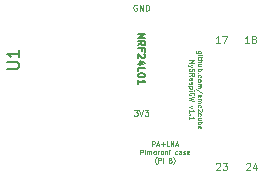
<source format=gto>
G04 #@! TF.FileFunction,Legend,Top*
%FSLAX46Y46*%
G04 Gerber Fmt 4.6, Leading zero omitted, Abs format (unit mm)*
G04 Created by KiCad (PCBNEW 4.0.4-stable) date Monday 13 March 2017 'à' 21:28:35*
%MOMM*%
%LPD*%
G01*
G04 APERTURE LIST*
%ADD10C,0.100000*%
%ADD11C,0.125000*%
%ADD12C,0.150000*%
G04 APERTURE END LIST*
D10*
X59335714Y-35904763D02*
X59011905Y-35904763D01*
X58973810Y-35885715D01*
X58954762Y-35866667D01*
X58935714Y-35828572D01*
X58935714Y-35771429D01*
X58954762Y-35733334D01*
X59088095Y-35904763D02*
X59069048Y-35866667D01*
X59069048Y-35790477D01*
X59088095Y-35752382D01*
X59107143Y-35733334D01*
X59145238Y-35714286D01*
X59259524Y-35714286D01*
X59297619Y-35733334D01*
X59316667Y-35752382D01*
X59335714Y-35790477D01*
X59335714Y-35866667D01*
X59316667Y-35904763D01*
X59069048Y-36095239D02*
X59335714Y-36095239D01*
X59469048Y-36095239D02*
X59450000Y-36076191D01*
X59430952Y-36095239D01*
X59450000Y-36114287D01*
X59469048Y-36095239D01*
X59430952Y-36095239D01*
X59335714Y-36228572D02*
X59335714Y-36380953D01*
X59469048Y-36285715D02*
X59126190Y-36285715D01*
X59088095Y-36304763D01*
X59069048Y-36342858D01*
X59069048Y-36380953D01*
X59069048Y-36514286D02*
X59469048Y-36514286D01*
X59069048Y-36685715D02*
X59278571Y-36685715D01*
X59316667Y-36666667D01*
X59335714Y-36628572D01*
X59335714Y-36571429D01*
X59316667Y-36533334D01*
X59297619Y-36514286D01*
X59335714Y-37047620D02*
X59069048Y-37047620D01*
X59335714Y-36876191D02*
X59126190Y-36876191D01*
X59088095Y-36895239D01*
X59069048Y-36933334D01*
X59069048Y-36990477D01*
X59088095Y-37028572D01*
X59107143Y-37047620D01*
X59069048Y-37238096D02*
X59469048Y-37238096D01*
X59316667Y-37238096D02*
X59335714Y-37276191D01*
X59335714Y-37352382D01*
X59316667Y-37390477D01*
X59297619Y-37409525D01*
X59259524Y-37428572D01*
X59145238Y-37428572D01*
X59107143Y-37409525D01*
X59088095Y-37390477D01*
X59069048Y-37352382D01*
X59069048Y-37276191D01*
X59088095Y-37238096D01*
X59107143Y-37600001D02*
X59088095Y-37619049D01*
X59069048Y-37600001D01*
X59088095Y-37580953D01*
X59107143Y-37600001D01*
X59069048Y-37600001D01*
X59088095Y-37961906D02*
X59069048Y-37923810D01*
X59069048Y-37847620D01*
X59088095Y-37809525D01*
X59107143Y-37790477D01*
X59145238Y-37771429D01*
X59259524Y-37771429D01*
X59297619Y-37790477D01*
X59316667Y-37809525D01*
X59335714Y-37847620D01*
X59335714Y-37923810D01*
X59316667Y-37961906D01*
X59069048Y-38190477D02*
X59088095Y-38152382D01*
X59107143Y-38133334D01*
X59145238Y-38114286D01*
X59259524Y-38114286D01*
X59297619Y-38133334D01*
X59316667Y-38152382D01*
X59335714Y-38190477D01*
X59335714Y-38247620D01*
X59316667Y-38285715D01*
X59297619Y-38304763D01*
X59259524Y-38323810D01*
X59145238Y-38323810D01*
X59107143Y-38304763D01*
X59088095Y-38285715D01*
X59069048Y-38247620D01*
X59069048Y-38190477D01*
X59069048Y-38495239D02*
X59335714Y-38495239D01*
X59297619Y-38495239D02*
X59316667Y-38514287D01*
X59335714Y-38552382D01*
X59335714Y-38609525D01*
X59316667Y-38647620D01*
X59278571Y-38666668D01*
X59069048Y-38666668D01*
X59278571Y-38666668D02*
X59316667Y-38685715D01*
X59335714Y-38723811D01*
X59335714Y-38780953D01*
X59316667Y-38819049D01*
X59278571Y-38838096D01*
X59069048Y-38838096D01*
X59488095Y-39314286D02*
X58973810Y-38971429D01*
X59088095Y-39600001D02*
X59069048Y-39561906D01*
X59069048Y-39485715D01*
X59088095Y-39447620D01*
X59126190Y-39428572D01*
X59278571Y-39428572D01*
X59316667Y-39447620D01*
X59335714Y-39485715D01*
X59335714Y-39561906D01*
X59316667Y-39600001D01*
X59278571Y-39619049D01*
X59240476Y-39619049D01*
X59202381Y-39428572D01*
X59069048Y-39790477D02*
X59335714Y-39790477D01*
X59297619Y-39790477D02*
X59316667Y-39809525D01*
X59335714Y-39847620D01*
X59335714Y-39904763D01*
X59316667Y-39942858D01*
X59278571Y-39961906D01*
X59069048Y-39961906D01*
X59278571Y-39961906D02*
X59316667Y-39980953D01*
X59335714Y-40019049D01*
X59335714Y-40076191D01*
X59316667Y-40114287D01*
X59278571Y-40133334D01*
X59069048Y-40133334D01*
X59088095Y-40495239D02*
X59069048Y-40457143D01*
X59069048Y-40380953D01*
X59088095Y-40342858D01*
X59107143Y-40323810D01*
X59145238Y-40304762D01*
X59259524Y-40304762D01*
X59297619Y-40323810D01*
X59316667Y-40342858D01*
X59335714Y-40380953D01*
X59335714Y-40457143D01*
X59316667Y-40495239D01*
X59430952Y-40647619D02*
X59450000Y-40666667D01*
X59469048Y-40704762D01*
X59469048Y-40800000D01*
X59450000Y-40838096D01*
X59430952Y-40857143D01*
X59392857Y-40876191D01*
X59354762Y-40876191D01*
X59297619Y-40857143D01*
X59069048Y-40628572D01*
X59069048Y-40876191D01*
X59088095Y-41219048D02*
X59069048Y-41180952D01*
X59069048Y-41104762D01*
X59088095Y-41066667D01*
X59107143Y-41047619D01*
X59145238Y-41028571D01*
X59259524Y-41028571D01*
X59297619Y-41047619D01*
X59316667Y-41066667D01*
X59335714Y-41104762D01*
X59335714Y-41180952D01*
X59316667Y-41219048D01*
X59335714Y-41561905D02*
X59069048Y-41561905D01*
X59335714Y-41390476D02*
X59126190Y-41390476D01*
X59088095Y-41409524D01*
X59069048Y-41447619D01*
X59069048Y-41504762D01*
X59088095Y-41542857D01*
X59107143Y-41561905D01*
X59069048Y-41752381D02*
X59469048Y-41752381D01*
X59316667Y-41752381D02*
X59335714Y-41790476D01*
X59335714Y-41866667D01*
X59316667Y-41904762D01*
X59297619Y-41923810D01*
X59259524Y-41942857D01*
X59145238Y-41942857D01*
X59107143Y-41923810D01*
X59088095Y-41904762D01*
X59069048Y-41866667D01*
X59069048Y-41790476D01*
X59088095Y-41752381D01*
X59088095Y-42266667D02*
X59069048Y-42228572D01*
X59069048Y-42152381D01*
X59088095Y-42114286D01*
X59126190Y-42095238D01*
X59278571Y-42095238D01*
X59316667Y-42114286D01*
X59335714Y-42152381D01*
X59335714Y-42228572D01*
X59316667Y-42266667D01*
X59278571Y-42285715D01*
X59240476Y-42285715D01*
X59202381Y-42095238D01*
X58369048Y-36495238D02*
X58769048Y-36495238D01*
X58483333Y-36628571D01*
X58769048Y-36761905D01*
X58369048Y-36761905D01*
X58635714Y-36914286D02*
X58369048Y-37009524D01*
X58635714Y-37104762D02*
X58369048Y-37009524D01*
X58273810Y-36971429D01*
X58254762Y-36952381D01*
X58235714Y-36914286D01*
X58388095Y-37238095D02*
X58369048Y-37295238D01*
X58369048Y-37390476D01*
X58388095Y-37428572D01*
X58407143Y-37447619D01*
X58445238Y-37466667D01*
X58483333Y-37466667D01*
X58521429Y-37447619D01*
X58540476Y-37428572D01*
X58559524Y-37390476D01*
X58578571Y-37314286D01*
X58597619Y-37276191D01*
X58616667Y-37257143D01*
X58654762Y-37238095D01*
X58692857Y-37238095D01*
X58730952Y-37257143D01*
X58750000Y-37276191D01*
X58769048Y-37314286D01*
X58769048Y-37409524D01*
X58750000Y-37466667D01*
X58369048Y-37866667D02*
X58559524Y-37733333D01*
X58369048Y-37638095D02*
X58769048Y-37638095D01*
X58769048Y-37790476D01*
X58750000Y-37828571D01*
X58730952Y-37847619D01*
X58692857Y-37866667D01*
X58635714Y-37866667D01*
X58597619Y-37847619D01*
X58578571Y-37828571D01*
X58559524Y-37790476D01*
X58559524Y-37638095D01*
X58369048Y-38209524D02*
X58578571Y-38209524D01*
X58616667Y-38190476D01*
X58635714Y-38152381D01*
X58635714Y-38076190D01*
X58616667Y-38038095D01*
X58388095Y-38209524D02*
X58369048Y-38171428D01*
X58369048Y-38076190D01*
X58388095Y-38038095D01*
X58426190Y-38019047D01*
X58464286Y-38019047D01*
X58502381Y-38038095D01*
X58521429Y-38076190D01*
X58521429Y-38171428D01*
X58540476Y-38209524D01*
X58388095Y-38380952D02*
X58369048Y-38419048D01*
X58369048Y-38495238D01*
X58388095Y-38533333D01*
X58426190Y-38552381D01*
X58445238Y-38552381D01*
X58483333Y-38533333D01*
X58502381Y-38495238D01*
X58502381Y-38438095D01*
X58521429Y-38400000D01*
X58559524Y-38380952D01*
X58578571Y-38380952D01*
X58616667Y-38400000D01*
X58635714Y-38438095D01*
X58635714Y-38495238D01*
X58616667Y-38533333D01*
X58635714Y-38723810D02*
X58235714Y-38723810D01*
X58616667Y-38723810D02*
X58635714Y-38761905D01*
X58635714Y-38838096D01*
X58616667Y-38876191D01*
X58597619Y-38895239D01*
X58559524Y-38914286D01*
X58445238Y-38914286D01*
X58407143Y-38895239D01*
X58388095Y-38876191D01*
X58369048Y-38838096D01*
X58369048Y-38761905D01*
X58388095Y-38723810D01*
X58369048Y-39085715D02*
X58635714Y-39085715D01*
X58769048Y-39085715D02*
X58750000Y-39066667D01*
X58730952Y-39085715D01*
X58750000Y-39104763D01*
X58769048Y-39085715D01*
X58730952Y-39085715D01*
X58750000Y-39485715D02*
X58769048Y-39447620D01*
X58769048Y-39390477D01*
X58750000Y-39333334D01*
X58711905Y-39295239D01*
X58673810Y-39276191D01*
X58597619Y-39257143D01*
X58540476Y-39257143D01*
X58464286Y-39276191D01*
X58426190Y-39295239D01*
X58388095Y-39333334D01*
X58369048Y-39390477D01*
X58369048Y-39428572D01*
X58388095Y-39485715D01*
X58407143Y-39504763D01*
X58540476Y-39504763D01*
X58540476Y-39428572D01*
X58769048Y-39638096D02*
X58369048Y-39733334D01*
X58654762Y-39809524D01*
X58369048Y-39885715D01*
X58769048Y-39980953D01*
X58635714Y-40400001D02*
X58369048Y-40495239D01*
X58635714Y-40590477D01*
X58369048Y-40952382D02*
X58369048Y-40723810D01*
X58369048Y-40838096D02*
X58769048Y-40838096D01*
X58711905Y-40800001D01*
X58673810Y-40761906D01*
X58654762Y-40723810D01*
X58407143Y-41123810D02*
X58388095Y-41142858D01*
X58369048Y-41123810D01*
X58388095Y-41104762D01*
X58407143Y-41123810D01*
X58369048Y-41123810D01*
X58369048Y-41523810D02*
X58369048Y-41295238D01*
X58369048Y-41409524D02*
X58769048Y-41409524D01*
X58711905Y-41371429D01*
X58673810Y-41333334D01*
X58654762Y-41295238D01*
D11*
X53680954Y-40726190D02*
X53990477Y-40726190D01*
X53823811Y-40916667D01*
X53895239Y-40916667D01*
X53942858Y-40940476D01*
X53966668Y-40964286D01*
X53990477Y-41011905D01*
X53990477Y-41130952D01*
X53966668Y-41178571D01*
X53942858Y-41202381D01*
X53895239Y-41226190D01*
X53752382Y-41226190D01*
X53704763Y-41202381D01*
X53680954Y-41178571D01*
X54133334Y-40726190D02*
X54300001Y-41226190D01*
X54466667Y-40726190D01*
X54585715Y-40726190D02*
X54895238Y-40726190D01*
X54728572Y-40916667D01*
X54800000Y-40916667D01*
X54847619Y-40940476D01*
X54871429Y-40964286D01*
X54895238Y-41011905D01*
X54895238Y-41130952D01*
X54871429Y-41178571D01*
X54847619Y-41202381D01*
X54800000Y-41226190D01*
X54657143Y-41226190D01*
X54609524Y-41202381D01*
X54585715Y-41178571D01*
X53919047Y-31850000D02*
X53871428Y-31826190D01*
X53800000Y-31826190D01*
X53728571Y-31850000D01*
X53680952Y-31897619D01*
X53657143Y-31945238D01*
X53633333Y-32040476D01*
X53633333Y-32111905D01*
X53657143Y-32207143D01*
X53680952Y-32254762D01*
X53728571Y-32302381D01*
X53800000Y-32326190D01*
X53847619Y-32326190D01*
X53919047Y-32302381D01*
X53942857Y-32278571D01*
X53942857Y-32111905D01*
X53847619Y-32111905D01*
X54157143Y-32326190D02*
X54157143Y-31826190D01*
X54442857Y-32326190D01*
X54442857Y-31826190D01*
X54680953Y-32326190D02*
X54680953Y-31826190D01*
X54800000Y-31826190D01*
X54871429Y-31850000D01*
X54919048Y-31897619D01*
X54942857Y-31945238D01*
X54966667Y-32040476D01*
X54966667Y-32111905D01*
X54942857Y-32207143D01*
X54919048Y-32254762D01*
X54871429Y-32302381D01*
X54800000Y-32326190D01*
X54680953Y-32326190D01*
D10*
X55233333Y-43780952D02*
X55233333Y-43380952D01*
X55385714Y-43380952D01*
X55423809Y-43400000D01*
X55442857Y-43419048D01*
X55461905Y-43457143D01*
X55461905Y-43514286D01*
X55442857Y-43552381D01*
X55423809Y-43571429D01*
X55385714Y-43590476D01*
X55233333Y-43590476D01*
X55614285Y-43666667D02*
X55804762Y-43666667D01*
X55576190Y-43780952D02*
X55709524Y-43380952D01*
X55842857Y-43780952D01*
X55976190Y-43628571D02*
X56280952Y-43628571D01*
X56128571Y-43780952D02*
X56128571Y-43476190D01*
X56661904Y-43780952D02*
X56471428Y-43780952D01*
X56471428Y-43380952D01*
X56795238Y-43780952D02*
X56795238Y-43380952D01*
X57023810Y-43780952D01*
X57023810Y-43380952D01*
X57195238Y-43666667D02*
X57385715Y-43666667D01*
X57157143Y-43780952D02*
X57290477Y-43380952D01*
X57423810Y-43780952D01*
X54233333Y-44480952D02*
X54233333Y-44080952D01*
X54385714Y-44080952D01*
X54423809Y-44100000D01*
X54442857Y-44119048D01*
X54461905Y-44157143D01*
X54461905Y-44214286D01*
X54442857Y-44252381D01*
X54423809Y-44271429D01*
X54385714Y-44290476D01*
X54233333Y-44290476D01*
X54633333Y-44480952D02*
X54633333Y-44214286D01*
X54633333Y-44080952D02*
X54614285Y-44100000D01*
X54633333Y-44119048D01*
X54652381Y-44100000D01*
X54633333Y-44080952D01*
X54633333Y-44119048D01*
X54823809Y-44480952D02*
X54823809Y-44214286D01*
X54823809Y-44252381D02*
X54842857Y-44233333D01*
X54880952Y-44214286D01*
X54938095Y-44214286D01*
X54976190Y-44233333D01*
X54995238Y-44271429D01*
X54995238Y-44480952D01*
X54995238Y-44271429D02*
X55014285Y-44233333D01*
X55052381Y-44214286D01*
X55109523Y-44214286D01*
X55147619Y-44233333D01*
X55166666Y-44271429D01*
X55166666Y-44480952D01*
X55414285Y-44480952D02*
X55376190Y-44461905D01*
X55357142Y-44442857D01*
X55338094Y-44404762D01*
X55338094Y-44290476D01*
X55357142Y-44252381D01*
X55376190Y-44233333D01*
X55414285Y-44214286D01*
X55471428Y-44214286D01*
X55509523Y-44233333D01*
X55528571Y-44252381D01*
X55547618Y-44290476D01*
X55547618Y-44404762D01*
X55528571Y-44442857D01*
X55509523Y-44461905D01*
X55471428Y-44480952D01*
X55414285Y-44480952D01*
X55719047Y-44480952D02*
X55719047Y-44214286D01*
X55719047Y-44290476D02*
X55738095Y-44252381D01*
X55757142Y-44233333D01*
X55795238Y-44214286D01*
X55833333Y-44214286D01*
X56023809Y-44480952D02*
X55985714Y-44461905D01*
X55966666Y-44442857D01*
X55947618Y-44404762D01*
X55947618Y-44290476D01*
X55966666Y-44252381D01*
X55985714Y-44233333D01*
X56023809Y-44214286D01*
X56080952Y-44214286D01*
X56119047Y-44233333D01*
X56138095Y-44252381D01*
X56157142Y-44290476D01*
X56157142Y-44404762D01*
X56138095Y-44442857D01*
X56119047Y-44461905D01*
X56080952Y-44480952D01*
X56023809Y-44480952D01*
X56328571Y-44214286D02*
X56328571Y-44480952D01*
X56328571Y-44252381D02*
X56347619Y-44233333D01*
X56385714Y-44214286D01*
X56442857Y-44214286D01*
X56480952Y-44233333D01*
X56500000Y-44271429D01*
X56500000Y-44480952D01*
X56690476Y-44480952D02*
X56690476Y-44214286D01*
X56690476Y-44080952D02*
X56671428Y-44100000D01*
X56690476Y-44119048D01*
X56709524Y-44100000D01*
X56690476Y-44080952D01*
X56690476Y-44119048D01*
X57357143Y-44461905D02*
X57319047Y-44480952D01*
X57242857Y-44480952D01*
X57204762Y-44461905D01*
X57185714Y-44442857D01*
X57166666Y-44404762D01*
X57166666Y-44290476D01*
X57185714Y-44252381D01*
X57204762Y-44233333D01*
X57242857Y-44214286D01*
X57319047Y-44214286D01*
X57357143Y-44233333D01*
X57700000Y-44480952D02*
X57700000Y-44271429D01*
X57680952Y-44233333D01*
X57642857Y-44214286D01*
X57566666Y-44214286D01*
X57528571Y-44233333D01*
X57700000Y-44461905D02*
X57661904Y-44480952D01*
X57566666Y-44480952D01*
X57528571Y-44461905D01*
X57509523Y-44423810D01*
X57509523Y-44385714D01*
X57528571Y-44347619D01*
X57566666Y-44328571D01*
X57661904Y-44328571D01*
X57700000Y-44309524D01*
X57871428Y-44461905D02*
X57909524Y-44480952D01*
X57985714Y-44480952D01*
X58023809Y-44461905D01*
X58042857Y-44423810D01*
X58042857Y-44404762D01*
X58023809Y-44366667D01*
X57985714Y-44347619D01*
X57928571Y-44347619D01*
X57890476Y-44328571D01*
X57871428Y-44290476D01*
X57871428Y-44271429D01*
X57890476Y-44233333D01*
X57928571Y-44214286D01*
X57985714Y-44214286D01*
X58023809Y-44233333D01*
X58366667Y-44461905D02*
X58328572Y-44480952D01*
X58252381Y-44480952D01*
X58214286Y-44461905D01*
X58195238Y-44423810D01*
X58195238Y-44271429D01*
X58214286Y-44233333D01*
X58252381Y-44214286D01*
X58328572Y-44214286D01*
X58366667Y-44233333D01*
X58385715Y-44271429D01*
X58385715Y-44309524D01*
X58195238Y-44347619D01*
X55595238Y-45333333D02*
X55576190Y-45314286D01*
X55538095Y-45257143D01*
X55519047Y-45219048D01*
X55500000Y-45161905D01*
X55480952Y-45066667D01*
X55480952Y-44990476D01*
X55500000Y-44895238D01*
X55519047Y-44838095D01*
X55538095Y-44800000D01*
X55576190Y-44742857D01*
X55595238Y-44723810D01*
X55747619Y-45180952D02*
X55747619Y-44780952D01*
X55900000Y-44780952D01*
X55938095Y-44800000D01*
X55957143Y-44819048D01*
X55976191Y-44857143D01*
X55976191Y-44914286D01*
X55957143Y-44952381D01*
X55938095Y-44971429D01*
X55900000Y-44990476D01*
X55747619Y-44990476D01*
X56147619Y-45180952D02*
X56147619Y-44914286D01*
X56147619Y-44780952D02*
X56128571Y-44800000D01*
X56147619Y-44819048D01*
X56166667Y-44800000D01*
X56147619Y-44780952D01*
X56147619Y-44819048D01*
X56776190Y-44971429D02*
X56833333Y-44990476D01*
X56852381Y-45009524D01*
X56871429Y-45047619D01*
X56871429Y-45104762D01*
X56852381Y-45142857D01*
X56833333Y-45161905D01*
X56795238Y-45180952D01*
X56642857Y-45180952D01*
X56642857Y-44780952D01*
X56776190Y-44780952D01*
X56814286Y-44800000D01*
X56833333Y-44819048D01*
X56852381Y-44857143D01*
X56852381Y-44895238D01*
X56833333Y-44933333D01*
X56814286Y-44952381D01*
X56776190Y-44971429D01*
X56642857Y-44971429D01*
X57004762Y-45333333D02*
X57023809Y-45314286D01*
X57061905Y-45257143D01*
X57080952Y-45219048D01*
X57100000Y-45161905D01*
X57119048Y-45066667D01*
X57119048Y-44990476D01*
X57100000Y-44895238D01*
X57080952Y-44838095D01*
X57061905Y-44800000D01*
X57023809Y-44742857D01*
X57004762Y-44723810D01*
D12*
X54028571Y-34285714D02*
X54628571Y-34285714D01*
X54028571Y-34628571D01*
X54628571Y-34628571D01*
X54028571Y-35257142D02*
X54314286Y-35057142D01*
X54028571Y-34914285D02*
X54628571Y-34914285D01*
X54628571Y-35142857D01*
X54600000Y-35199999D01*
X54571429Y-35228571D01*
X54514286Y-35257142D01*
X54428571Y-35257142D01*
X54371429Y-35228571D01*
X54342857Y-35199999D01*
X54314286Y-35142857D01*
X54314286Y-34914285D01*
X54342857Y-35714285D02*
X54342857Y-35514285D01*
X54028571Y-35514285D02*
X54628571Y-35514285D01*
X54628571Y-35799999D01*
X54571429Y-36000000D02*
X54600000Y-36028571D01*
X54628571Y-36085714D01*
X54628571Y-36228571D01*
X54600000Y-36285714D01*
X54571429Y-36314285D01*
X54514286Y-36342857D01*
X54457143Y-36342857D01*
X54371429Y-36314285D01*
X54028571Y-35971428D01*
X54028571Y-36342857D01*
X54428571Y-36857143D02*
X54028571Y-36857143D01*
X54657143Y-36714286D02*
X54228571Y-36571429D01*
X54228571Y-36942857D01*
X54028571Y-37457143D02*
X54028571Y-37171429D01*
X54628571Y-37171429D01*
X54628571Y-37771429D02*
X54628571Y-37828572D01*
X54600000Y-37885715D01*
X54571429Y-37914286D01*
X54514286Y-37942857D01*
X54400000Y-37971429D01*
X54257143Y-37971429D01*
X54142857Y-37942857D01*
X54085714Y-37914286D01*
X54057143Y-37885715D01*
X54028571Y-37828572D01*
X54028571Y-37771429D01*
X54057143Y-37714286D01*
X54085714Y-37685715D01*
X54142857Y-37657143D01*
X54257143Y-37628572D01*
X54400000Y-37628572D01*
X54514286Y-37657143D01*
X54571429Y-37685715D01*
X54600000Y-37714286D01*
X54628571Y-37771429D01*
X54028571Y-38542858D02*
X54028571Y-38200001D01*
X54028571Y-38371429D02*
X54628571Y-38371429D01*
X54542857Y-38314286D01*
X54485714Y-38257144D01*
X54457143Y-38200001D01*
D11*
X63435714Y-35071429D02*
X63092857Y-35071429D01*
X63264285Y-35071429D02*
X63264285Y-34471429D01*
X63207142Y-34557143D01*
X63150000Y-34614286D01*
X63092857Y-34642857D01*
X63778571Y-34728571D02*
X63721429Y-34700000D01*
X63692857Y-34671429D01*
X63664286Y-34614286D01*
X63664286Y-34585714D01*
X63692857Y-34528571D01*
X63721429Y-34500000D01*
X63778571Y-34471429D01*
X63892857Y-34471429D01*
X63950000Y-34500000D01*
X63978571Y-34528571D01*
X64007143Y-34585714D01*
X64007143Y-34614286D01*
X63978571Y-34671429D01*
X63950000Y-34700000D01*
X63892857Y-34728571D01*
X63778571Y-34728571D01*
X63721429Y-34757143D01*
X63692857Y-34785714D01*
X63664286Y-34842857D01*
X63664286Y-34957143D01*
X63692857Y-35014286D01*
X63721429Y-35042857D01*
X63778571Y-35071429D01*
X63892857Y-35071429D01*
X63950000Y-35042857D01*
X63978571Y-35014286D01*
X64007143Y-34957143D01*
X64007143Y-34842857D01*
X63978571Y-34785714D01*
X63950000Y-34757143D01*
X63892857Y-34728571D01*
X60935714Y-35071429D02*
X60592857Y-35071429D01*
X60764285Y-35071429D02*
X60764285Y-34471429D01*
X60707142Y-34557143D01*
X60650000Y-34614286D01*
X60592857Y-34642857D01*
X61135714Y-34471429D02*
X61535714Y-34471429D01*
X61278571Y-35071429D01*
X60642857Y-45278571D02*
X60671428Y-45250000D01*
X60728571Y-45221429D01*
X60871428Y-45221429D01*
X60928571Y-45250000D01*
X60957142Y-45278571D01*
X60985714Y-45335714D01*
X60985714Y-45392857D01*
X60957142Y-45478571D01*
X60614285Y-45821429D01*
X60985714Y-45821429D01*
X61185714Y-45221429D02*
X61557143Y-45221429D01*
X61357143Y-45450000D01*
X61442857Y-45450000D01*
X61500000Y-45478571D01*
X61528571Y-45507143D01*
X61557143Y-45564286D01*
X61557143Y-45707143D01*
X61528571Y-45764286D01*
X61500000Y-45792857D01*
X61442857Y-45821429D01*
X61271429Y-45821429D01*
X61214286Y-45792857D01*
X61185714Y-45764286D01*
X63192857Y-45278571D02*
X63221428Y-45250000D01*
X63278571Y-45221429D01*
X63421428Y-45221429D01*
X63478571Y-45250000D01*
X63507142Y-45278571D01*
X63535714Y-45335714D01*
X63535714Y-45392857D01*
X63507142Y-45478571D01*
X63164285Y-45821429D01*
X63535714Y-45821429D01*
X64050000Y-45421429D02*
X64050000Y-45821429D01*
X63907143Y-45192857D02*
X63764286Y-45621429D01*
X64135714Y-45621429D01*
D12*
X42952381Y-37261905D02*
X43761905Y-37261905D01*
X43857143Y-37214286D01*
X43904762Y-37166667D01*
X43952381Y-37071429D01*
X43952381Y-36880952D01*
X43904762Y-36785714D01*
X43857143Y-36738095D01*
X43761905Y-36690476D01*
X42952381Y-36690476D01*
X43952381Y-35690476D02*
X43952381Y-36261905D01*
X43952381Y-35976191D02*
X42952381Y-35976191D01*
X43095238Y-36071429D01*
X43190476Y-36166667D01*
X43238095Y-36261905D01*
M02*

</source>
